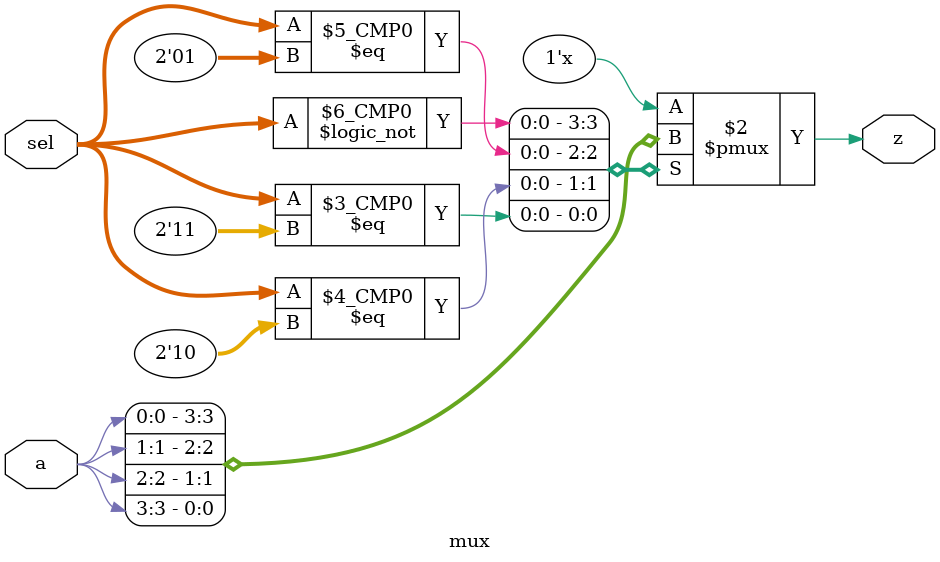
<source format=v>
`timescale 1ns/1ps
module mux(output reg z,input [1:0] sel,input [3:0]a);
always@(*) begin
case(sel)
2'b00:z = a[0];
2'b01:z = a[1];
2'b10:z = a[2];
2'b11:z = a[3];
endcase
end
endmodule


</source>
